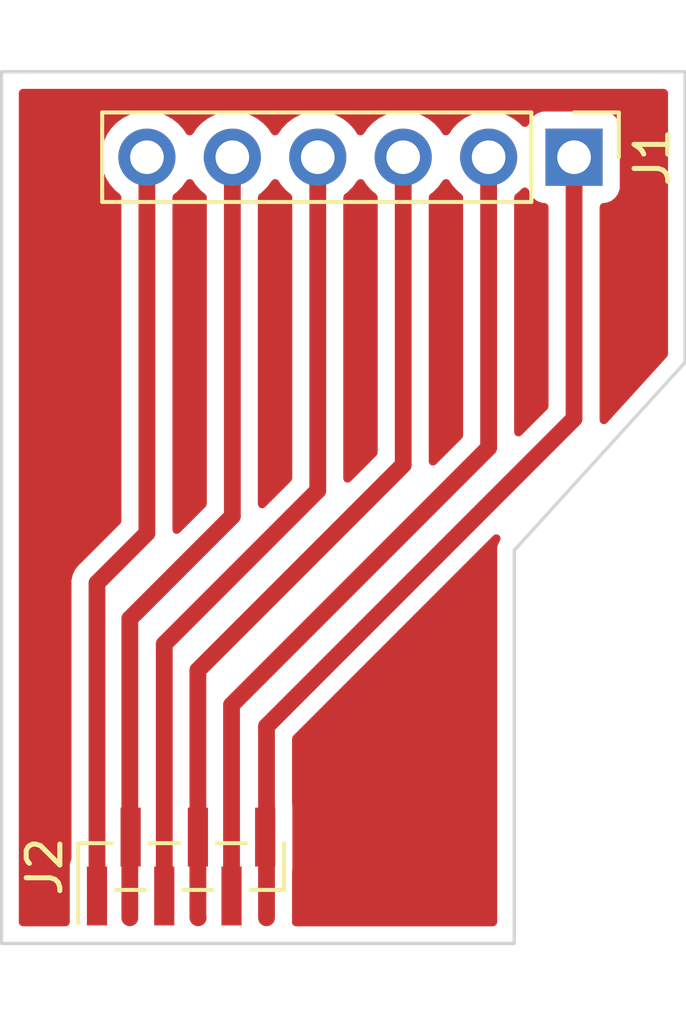
<source format=kicad_pcb>
(kicad_pcb (version 20211014) (generator pcbnew)
  (layers (0 "F.Cu" signal) (31 "B.Cu" signal) (34 "B.Paste" user) (35 "F.Paste" user) (36 "B.SilkS" user "B.Silkscreen") (37 "F.SilkS" user "F.Silkscreen") (38 "B.Mask" user) (39 "F.Mask" user) (44 "Edge.Cuts" user))
  (net 0 "")
  (net 1 "Net-(J1-Pad1)")
  (net 2 "Net-(J1-Pad2)")
  (net 3 "Net-(J1-Pad3)")
  (net 4 "Net-(J1-Pad4)")
  (net 5 "Net-(J1-Pad5)")
  (net 6 "Net-(J1-Pad6)")
  (footprint "Connector_PinHeader_1.00mm:PinHeader_1x06_P1.00mm_Vertical_SMD_Pin1Left" (layer "F.Cu") (at 20.574 38.862 90)
    (fp_text reference "J2" (at 0 -4.06 90) (layer "F.SilkS"))
    (fp_text value "Conn_01x06")
    (fp_line (start -0.695 -3.06) (end 0.695 -3.06) (layer "F.SilkS") (width 0.12))
    (fp_line (start -0.695 -3.06) (end -1.69 -3.06) (layer "F.SilkS") (width 0.12))
    (fp_line (start -0.695 -1.94) (end -0.695 -1.06) (layer "F.SilkS") (width 0.12))
    (fp_line (start -0.695 3.06) (end 0.695 3.06) (layer "F.SilkS") (width 0.12))
    (fp_line (start -0.695 0.06) (end -0.695 0.94) (layer "F.SilkS") (width 0.12))
    (fp_line (start 0.695 3.06) (end 0.695 3.06) (layer "F.SilkS") (width 0.12))
    (fp_line (start -0.695 2.06) (end -0.695 3.06) (layer "F.SilkS") (width 0.12))
    (fp_line (start 0.695 1.06) (end 0.695 1.94) (layer "F.SilkS") (width 0.12))
    (fp_line (start -0.695 -3.06) (end -0.695 -3.06) (layer "F.SilkS") (width 0.12))
    (fp_line (start 0.695 -0.94) (end 0.695 -0.06) (layer "F.SilkS") (width 0.12))
    (fp_line (start 0.695 -3.06) (end 0.695 -2.06) (layer "F.SilkS") (width 0.12))
    (pad "1" smd rect (at -0.875 -2.5 90) (size 1.75 0.6) (layers "F.Cu" "F.Paste" "F.Mask") (net 6 "Net-(J1-Pad6)"))
    (pad "2" smd rect (at 0.875 -1.5 90) (size 1.75 0.6) (layers "F.Cu" "F.Paste" "F.Mask") (net 5 "Net-(J1-Pad5)"))
    (pad "3" smd rect (at -0.875 -0.5 90) (size 1.75 0.6) (layers "F.Cu" "F.Paste" "F.Mask") (net 4 "Net-(J1-Pad4)"))
    (pad "4" smd rect (at 0.875 0.5 90) (size 1.75 0.6) (layers "F.Cu" "F.Paste" "F.Mask") (net 3 "Net-(J1-Pad3)"))
    (pad "5" smd rect (at -0.875 1.5 90) (size 1.75 0.6) (layers "F.Cu" "F.Paste" "F.Mask") (net 2 "Net-(J1-Pad2)"))
    (pad "6" smd rect (at 0.875 2.5 90) (size 1.75 0.6) (layers "F.Cu" "F.Paste" "F.Mask") (net 1 "Net-(J1-Pad1)"))
  )
  (footprint "Connector_PinHeader_2.54mm:PinHeader_1x06_P2.54mm_Vertical" (layer "F.Cu") (at 32.258 17.78 -90)
    (fp_text reference "J1" (at 0 -2.33 90) (layer "F.SilkS"))
    (fp_text value "Conn_01x06")
    (fp_line (start -1.33 -1.33) (end 0 -1.33) (layer "F.SilkS") (width 0.12))
    (fp_line (start -1.33 1.27) (end -1.33 14.03) (layer "F.SilkS") (width 0.12))
    (fp_line (start -1.33 14.03) (end 1.33 14.03) (layer "F.SilkS") (width 0.12))
    (fp_line (start -1.33 0) (end -1.33 -1.33) (layer "F.SilkS") (width 0.12))
    (fp_line (start 1.33 1.27) (end 1.33 14.03) (layer "F.SilkS") (width 0.12))
    (fp_line (start -1.33 1.27) (end 1.33 1.27) (layer "F.SilkS") (width 0.12))
    (pad "1" thru_hole rect (at 0 0 270) (size 1.7 1.7) (drill 1) (layers *.Cu *.Mask) (net 1 "Net-(J1-Pad1)"))
    (pad "2" thru_hole oval (at 0 2.54 270) (size 1.7 1.7) (drill 1) (layers *.Cu *.Mask) (net 2 "Net-(J1-Pad2)"))
    (pad "3" thru_hole oval (at 0 5.08 270) (size 1.7 1.7) (drill 1) (layers *.Cu *.Mask) (net 3 "Net-(J1-Pad3)"))
    (pad "4" thru_hole oval (at 0 7.62 270) (size 1.7 1.7) (drill 1) (layers *.Cu *.Mask) (net 4 "Net-(J1-Pad4)"))
    (pad "5" thru_hole oval (at 0 10.16 270) (size 1.7 1.7) (drill 1) (layers *.Cu *.Mask) (net 5 "Net-(J1-Pad5)"))
    (pad "6" thru_hole oval (at 0 12.7 270) (size 1.7 1.7) (drill 1) (layers *.Cu *.Mask) (net 6 "Net-(J1-Pad6)"))
  )
  (gr_line (start 35.56 23.876) (end 35.56 15.24) (layer "Edge.Cuts") (width 0.1))
  (gr_line (start 15.24 41.148) (end 30.48 41.148) (layer "Edge.Cuts") (width 0.1))
  (gr_line (start 35.56 15.24) (end 15.24 15.24) (layer "Edge.Cuts") (width 0.1))
  (gr_line (start 30.48 41.148) (end 30.48 29.464) (layer "Edge.Cuts") (width 0.1))
  (gr_line (start 15.24 15.24) (end 15.24 41.148) (layer "Edge.Cuts") (width 0.1))
  (gr_line (start 30.48 29.464) (end 35.56 23.876) (layer "Edge.Cuts") (width 0.1))
  (segment (start 32.258 25.550781) (end 23.114 34.694781) (width 0.5) (layer "F.Cu") (net 1))
  (segment (start 32.258 17.78) (end 32.258 25.550781) (width 0.5) (layer "F.Cu") (net 1))
  (segment (start 23.114 34.694781) (end 23.114 40.386) (width 0.5) (layer "F.Cu") (net 1))
  (segment (start 29.718 26.416) (end 29.718 17.78) (width 0.5) (layer "F.Cu") (net 2))
  (segment (start 22.074 39.737) (end 22.074 34.06) (width 0.5) (layer "F.Cu") (net 2))
  (segment (start 22.074 34.06) (end 29.718 26.416) (width 0.5) (layer "F.Cu") (net 2))
  (segment (start 21.074 40.378) (end 21.074 37.987) (width 0.5) (layer "F.Cu") (net 3))
  (segment (start 21.074 40.378) (end 21.082 40.386) (width 0.5) (layer "F.Cu") (net 3))
  (segment (start 27.178 26.924) (end 21.074 33.028) (width 0.5) (layer "F.Cu") (net 3))
  (segment (start 27.178 17.78) (end 27.178 26.924) (width 0.5) (layer "F.Cu") (net 3))
  (segment (start 21.074 33.028) (end 21.074 37.987) (width 0.5) (layer "F.Cu") (net 3))
  (segment (start 20.074 39.737) (end 20.074 32.25) (width 0.5) (layer "F.Cu") (net 4))
  (segment (start 24.638 27.686) (end 24.638 17.78) (width 0.5) (layer "F.Cu") (net 4))
  (segment (start 20.074 32.25) (end 24.638 27.686) (width 0.5) (layer "F.Cu") (net 4))
  (segment (start 19.05 31.496) (end 19.05 40.386) (width 0.5) (layer "F.Cu") (net 5))
  (segment (start 22.098 17.78) (end 22.098 28.448) (width 0.5) (layer "F.Cu") (net 5))
  (segment (start 22.098 28.448) (end 19.05 31.496) (width 0.5) (layer "F.Cu") (net 5))
  (segment (start 18.074 39.737) (end 18.074 30.44) (width 0.5) (layer "F.Cu") (net 6))
  (segment (start 18.074 30.44) (end 19.558 28.956) (width 0.5) (layer "F.Cu") (net 6))
  (segment (start 19.558 28.956) (end 19.558 17.78) (width 0.5) (layer "F.Cu") (net 6))
  (zone (net 0) (net_name "") (layer "F.Cu") (connect_pads (clearance 0.508)) (min_thickness 0.254) (fill yes (thermal_gap 0.508) (thermal_bridge_width 0.508))
    (polygon (pts (xy 35.306 23.622) (xy 30.226 28.956) (xy 30.226 40.64) (xy 15.494 40.894) (xy 15.494 15.494) (xy 35.306 15.494)))
  )
)
</source>
